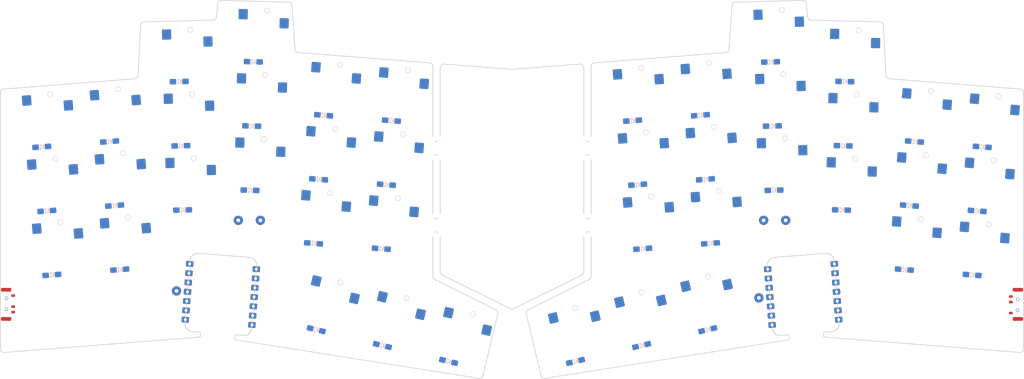
<source format=kicad_pcb>
(kicad_pcb (version 20241229) (generator "pcbnew") (generator_version "9.0")
  (layers (0 "F.Cu" signal) (2 "B.Cu" signal) (13 "F.Paste" user) (15 "B.Paste" user) (5 "F.SilkS" user "F.Silkscreen") (7 "B.SilkS" user "B.Silkscreen") (1 "F.Mask" user) (3 "B.Mask" user) (25 "Edge.Cuts" user))
  (net 0 "")
  (net 1 "Net-(L-D0-A)")
  (net 2 "L-ROW0")
  (net 3 "Net-(L-D1-A)")
  (net 4 "Net-(L-D2-A)")
  (net 5 "Net-(L-D3-A)")
  (net 6 "Net-(L-D4-A)")
  (net 7 "Net-(L-D5-A)")
  (net 8 "L-ROW1")
  (net 9 "Net-(L-D6-A)")
  (net 10 "Net-(L-D7-A)")
  (net 11 "Net-(L-D8-A)")
  (net 12 "Net-(L-D9-A)")
  (net 13 "Net-(L-D10-A)")
  (net 14 "Net-(L-D11-A)")
  (net 15 "Net-(L-D12-A)")
  (net 16 "L-ROW2")
  (net 17 "Net-(L-D13-A)")
  (net 18 "Net-(L-D14-A)")
  (net 19 "Net-(L-D15-A)")
  (net 20 "Net-(L-D16-A)")
  (net 21 "Net-(L-D17-A)")
  (net 22 "Net-(L-D18-A)")
  (net 23 "L-ROW3")
  (net 24 "Net-(L-D19-A)")
  (net 25 "Net-(L-D20-A)")
  (net 26 "L-COL0")
  (net 27 "L-COL5")
  (net 29 "L-COL1")
  (net 30 "L-BAT+")
  (net 31 "L-COL4")
  (net 33 "L-COL2")
  (net 34 "L-VBAT")
  (net 35 "L-COL3")
  (net 37 "L-GND")
  (net 39 "R-VBAT")
  (net 40 "R-BAT+")
  (net 41 "R-GND")
  (net 43 "Net-(R-D1-A)")
  (net 44 "R-COL1")
  (net 45 "R-COL2")
  (net 46 "Net-(R-D2-A)")
  (net 47 "Net-(R-D03-A)")
  (net 48 "R-COL3")
  (net 49 "Net-(R-D4-A)")
  (net 50 "R-COL4")
  (net 51 "R-COL5")
  (net 52 "Net-(R-D5-A)")
  (net 53 "Net-(R-D0-A)")
  (net 54 "R-ROW0")
  (net 55 "R-ROW1")
  (net 56 "Net-(R-D6-A)")
  (net 57 "Net-(R-D7-A)")
  (net 58 "Net-(R-D8-A)")
  (net 59 "Net-(R-D9-A)")
  (net 60 "Net-(R-D10-A)")
  (net 61 "Net-(R-D11-A)")
  (net 62 "Net-(R-D12-A)")
  (net 63 "R-ROW2")
  (net 64 "Net-(R-D13-A)")
  (net 65 "Net-(R-D14-A)")
  (net 66 "Net-(R-D15-A)")
  (net 67 "Net-(R-D16-A)")
  (net 68 "Net-(R-D17-A)")
  (net 69 "Net-(R-D18-A)")
  (net 70 "R-ROW3")
  (net 71 "Net-(R-D19-A)")
  (net 72 "Net-(R-D20-A)")
  (net 73 "R-COL0")
  (footprint "NII:keyswitch_choc12-topor" (layer "F.Cu") (at 54.795448 -10.569244 -1.5)
    (property "Reference" "R-S14" (hide yes))
    (property "Value" "Keyswitch" (hide yes))
  )
  (footprint "NII:keyswitch_choc12-topor" (layer "F.Cu") (at 16.609793 22.218787 13.5)
    (property "Reference" "R-S18" (hide yes))
    (property "Value" "Keyswitch" (hide yes))
  )
  (footprint "NII:keyswitch_choc12-topor" (layer "F.Cu") (at 93.465546 -27.752329 -4.5)
    (property "Reference" "R-S0" (hide yes))
    (property "Value" "Keyswitch" (hide yes))
  )
  (footprint "NII:keyswitch_choc12-topor" (layer "F.Cu") (at 0 0 4.5)
    (property "Reference" "R-S17" (hide yes))
    (property "Value" "Keyswitch" (hide yes))
  )
  (footprint "NII:keyswitch_choc12-topor" (layer "F.Cu") (at 15.696902 -36.3436 4.5)
    (property "Reference" "R-S4" (hide yes))
    (property "Value" "Keyswitch" (hide yes))
  )
  (footprint "NII:mousebites_0.6-0.4-topor" (layer "F.Cu") (at -15.458928 -20.417275)
    (property "Reference" "mbites7" (hide yes))
    (property "Value" "mousebites 2mm" (hide yes))
  )
  (footprint "NII:keyswitch_choc12-topor" (layer "F.Cu") (at -124.795448 -10.569244 1.5)
    (property "Reference" "L-S14" (hide yes))
    (property "Value" "Keyswitch" (hide yes))
  )
  (footprint "NII:keyswitch_choc12-topor" (layer "F.Cu") (at 72.276507 5.688284 -4.5)
    (property "Reference" "R-S13" (hide yes))
    (property "Value" "Keyswitch" (hide yes))
  )
  (footprint "NII:keyswitch_choc12-topor" (layer "F.Cu") (at -85.696902 -36.3436 -4.5)
    (property "Reference" "L-S4" (hide yes))
    (property "Value" "Keyswitch" (hide yes))
  )
  (footprint "NII:keyswitch_choc12-topor" (layer "F.Cu") (at 73.649541 -11.757769 -4.5)
    (property "Reference" "R-S7" (hide yes))
    (property "Value" "Keyswitch" (hide yes))
  )
  (footprint "NII:keyswitch_choc12-topor" (layer "F.Cu") (at 35.178645 -50.938325 1.5)
    (property "Reference" "R-S3" (hide yes))
    (property "Value" "Keyswitch" (hide yes))
  )
  (footprint "NII:keyswitch_choc12-topor" (layer "F.Cu") (at -105.636742 -33.444322 -1.5)
    (property "Reference" "L-S9" (hide yes))
    (property "Value" "Keyswitch" (hide yes))
  )
  (footprint "NII:keyswitch_choc12-topor" (layer "F.Cu") (at -87.069936 -18.897547 -4.5)
    (property "Reference" "L-S10" (hide yes))
    (property "Value" "Keyswitch" (hide yes))
  )
  (footprint "NII:keyswitch_choc12-topor" (layer "F.Cu") (at -143.649541 -11.757769 4.5)
    (property "Reference" "L-S7" (hide yes))
    (property "Value" "Keyswitch" (hide yes))
  )
  (footprint "NII:keyswitch_choc12-topor" (layer "F.Cu") (at -88.442971 -1.451493 -4.5)
    (property "Reference" "L-S16" (hide yes))
    (property "Value" "Keyswitch" (hide yes))
  )
  (footprint "NII:keyswitch_choc12-topor" (layer "F.Cu") (at -162.092512 -10.306276 4.5)
    (property "Reference" "L-S6" (hide yes))
    (property "Value" "Keyswitch" (hide yes))
  )
  (footprint "NII:keyswitch_choc12-topor" (layer "F.Cu") (at -1.373034 -17.446053 4.5)
    (property "Reference" "R-S11" (hide yes))
    (property "Value" "Keyswitch" (hide yes))
  )
  (footprint "NII:mousebites_0.6-0.4-topor" (layer "F.Cu") (at -15.460579 0.585242)
    (property "Reference" "mbites8" (hide yes))
    (property "Value" "mousebites 2mm" (hide yes))
  )
  (footprint "NII:keyswitch_choc12-topor" (layer "F.Cu") (at 17.069936 -18.897547 4.5)
    (property "Reference" "R-S10" (hide yes))
    (property "Value" "Keyswitch" (hide yes))
  )
  (footprint "NII:keyswitch_choc12-topor" (layer "F.Cu") (at 35.636742 -33.444322 1.5)
    (property "Reference" "R-S9" (hide yes))
    (property "Value" "Keyswitch" (hide yes))
  )
  (footprint "NII:keyswitch_choc12-topor" (layer "F.Cu") (at -1.37905 26.537526 13.5)
    (property "Reference" "R-S19" (hide yes))
    (property "Value" "Keyswitch" (hide yes))
  )
  (footprint "NII:mousebites_0.6-0.4-topor" (layer "F.Cu") (at -54.539397 0.585357)
    (property "Reference" "mbites6" (hide yes))
    (property "Value" "mousebites 2mm" (hide yes))
  )
  (footprint "NII:BatteryPad" (layer "F.Cu") (at 32.163658 20.376491)
    (property "Reference" "R-BAT+2" (hide yes))
    (property "Value" "+")
  )
  (footprint "NII:mousebites_0.6-0.4-topor" (layer "F.Cu") (at -13.458973 -20.41716)
    (property "Reference" "mbites3" (hide yes))
    (property "Value" "mousebites 2mm" (hide yes))
  )
  (footprint "NII:keyswitch_choc12-topor" (layer "F.Cu") (at -160.719477 7.139778 4.5)
    (property "Reference" "L-S12" (hide yes))
    (property "Value" "Keyswitch" (hide yes))
  )
  (footprint "NII:keyswitch_choc12-topor" (layer "F.Cu") (at -145.022575 -29.203822 4.5)
    (property "Reference" "L-S1" (hide yes))
    (property "Value" "Keyswitch" (hide yes))
  )
  (footprint "NII:keyswitch_choc12-topor" (layer "F.Cu") (at -68.62095 26.537526 -13.5)
    (property "Reference" "L-S19" (hide yes))
    (property "Value" "Keyswitch" (hide yes))
  )
  (footprint "NII:BatteryPad" (layer "F.Cu") (at -126.268812 18.479374)
    (property "Reference" "L-BAT+2" (hide yes))
    (property "Value" "+")
  )
  (footprint "NII:keyswitch_choc12-topor" (layer "F.Cu") (at 18.442971 -1.451493 4.5)
    (property "Reference" "R-S16" (hide yes))
    (property "Value" "Keyswitch" (hide yes))
  )
  (footprint "NII:keyswitch_choc12-topor" (layer "F.Cu") (at -106.094838 -15.950318 -1.5)
    (property "Reference" "L-S15" (hide yes))
    (property "Value" "Keyswitch" (hide yes))
  )
  (footprint "NII:mousebites_0.6-0.4-topor" (layer "F.Cu") (at -54.539397 -20.414643)
    (property "Reference" "mbites5" (hide yes))
    (property "Value" "mousebites 2mm" (hide yes))
  )
  (footprint "NII:keyswitch_choc12-topor" (layer "F.Cu") (at -70 0 -4.5)
    (property "Reference" "L-S17" (hide yes))
    (property "Value" "Keyswitch" (hide yes))
  )
  (footprint "NII:BatteryPad" (layer "F.Cu") (at 39.448972 -0.754882)
    (property "Reference" "R-BAT+1" (hide yes))
    (property "Value" "+")
  )
  (footprint "NII:keyswitch_choc12-topor" (layer "F.Cu") (at -19.367894 30.856265 13.5)
    (property "Reference" "R-S20" (hide yes))
    (property "Value" "Keyswitch" (hide yes))
  )
  (footprint "NII:keyswitch_choc12-topor" (layer "F.Cu") (at 90.719477 7.139778 -4.5)
    (property "Reference" "R-S12" (hide yes))
    (property "Value" "Keyswitch" (hide yes))
  )
  (footprint "NII:MSK12C02" (layer "F.Cu") (at 103.908819 26.001041 180)
    (property "Reference" "R-PSW1" (hide yes))
    (property "Value" "Power" (hide yes))
  )
  (footprint "NII:keyswitch_choc12-topor" (layer "F.Cu") (at 36.094838 -15.950318 1.5)
    (property "Reference" "R-S15" (hide yes))
    (property "Value" "Keyswitch" (hide yes))
  )
  (footprint "NII:MSK12C02" (layer "F.Cu") (at -173.908804 18.253461)
    (property "Reference" "L-PSW1" (hide yes))
    (property "Value" "Power" (hide yes))
  )
  (footprint "NII:keyswitch_choc12-topor" (layer "F.Cu") (at 55.711641 -45.557251 -1.5)
    (property "Reference" "R-S2" (hide yes))
    (property "Value" "Keyswitch" (hide yes))
  )
  (footprint "NII:keyswitch_choc12-topor" (layer "F.Cu") (at 75.022575 -29.203822 -4.5)
    (property "Reference" "R-S1" (hide yes))
    (property "Value" "Keyswitch" (hide yes))
  )
  (footprint "NII:keyswitch_choc12-topor" (layer "F.Cu") (at -163.465546 -27.752329 4.5)
    (property "Reference" "L-S0" (hide yes))
    (property "Value" "Keyswitch" (hide yes))
  )
  (footprint "NII:keyswitch_choc12-topor" (layer "F.Cu") (at -2.746068 -34.892107 4.5)
    (property "Reference" "R-S5" (hide yes))
    (property "Value" "Keyswitch" (hide yes))
  )
  (footprint "NII:keyswitch_choc12-topor" (layer "F.Cu") (at -125.253544 -28.063247 1.5)
    (property "Reference" "L-S8" (hide yes))
    (property "Value" "Keyswitch" (hide yes))
  )
  (footprint "NII:keyswitch_choc12-topor" (layer "F.Cu") (at -125.711641 -45.557251 1.5)
    (property "Reference" "L-S2" (hide yes))
    (property "Value" "Keyswitch" (hide yes))
  )
  (footprint "NII:mousebites_0.6-0.4-topor" (layer "F.Cu") (at -13.460625 0.585357)
    (property "Reference" "mbites4" (hide yes))
    (property "Value" "mousebites 2mm" (hide yes))
  )
  (footprint "NII:BatteryPad" (layer "F.Cu") (at -109.448972 -0.754882)
    (property "Reference" "L-BAT+1" (hide yes))
    (property "Value" "+")
  )
  (footprint "NII:keyswitch_choc12-topor" (layer "F.Cu") (at 92.092512 -10.306276 -4.5)
    (property "Reference" "R-S6" (hide yes))
    (property "Value" "Keyswitch" (hide yes))
  )
  (footprint "NII:BatteryPad" (layer "F.Cu") (at -103.448972 -0.754882)
    (property "Reference" "L-GND1" (hide yes))
    (property "Value" "-")
  )
  (footprint "NII:keyswitch_choc12-topor" (layer "F.Cu") (at 55.253544 -28.063247 -1.5)
    (property "Reference" "R-S8" (hide yes))
    (property "Value" "Keyswitch" (hide yes))
  )
  (footprint "NII:keyswitch_choc12-topor" (layer "F.Cu") (at -105.178645 -50.938325 -1.5)
    (property "Reference" "L-S3" (hide yes))
    (property "Value" "Keyswitch" (hide yes))
  )
  (footprint "NII:mousebites_0.6-0.4-topor" (layer "F.Cu") (at -56.536604 0.582741)
    (property "Reference" "mbites2" (hide yes))
    (property "Value" "mousebites 2mm" (hide yes))
  )
  (footprint "NII:BatteryPad" (layer "F.Cu") (at 33.448972 -0.754882)
    (property "Reference" "R-GND1" (hide yes))
    (property "Value" "-")
  )
  (footprint "NII:keyswitch_choc12-topor" (layer "F.Cu") (at -50.632106 30.856265 -13.5)
    (property "Reference" "L-S20" (hide yes))
    (property "Value" "Keyswitch" (hide yes))
  )
  (footprint "NII:mousebites_0.6-0.4-topor" (layer "F.Cu") (at -56.539351 -20.414758)
    (property "Reference" "mbites1" (hide yes))
    (property "Value" "mousebites 2mm" (hide yes))
  )
  (footprint "NII:keyswitch_choc12-topor" (layer "F.Cu") (at -67.253932 -34.892107 -4.5)
    (property "Reference" "L-S5" (hide yes))
    (property "Value" "Keyswitch" (hide yes))
  )
  (footprint "NII:keyswitch_choc12-topor" (layer "F.Cu") (at -142.276507 5.688284 4.5)
    (property "Reference" "L-S13" (hide yes))
    (property "Value" "Keyswitch" (hide yes))
  )
  (footprint "NII:keyswitch_choc12-topor" (layer "F.Cu") (at -86.609793 22.218787 -13.5)
    (property "Reference" "L-S18" (hide yes))
    (property "Value" "Keyswitch" (hide yes))
  )
  (footprint "NII:keyswitch_choc12-topor" (layer "F.Cu") (at -68.626966 -17.446053 -4.5)
    (property "Reference" "L-S11" (hide yes))
    (property "Value" "Keyswitch" (hide yes))
  )
  (footprint "NII:Diode_SOD123" (layer "B.Cu") (at 18.992184 5.526928 -175.5)
    (property "Reference" "R-D16" (hide yes))
    (property "Value" "Diode" (hide yes))
  )
  (footprint "NII:Diode_SOD123" (layer "B.Cu") (at -69.176179 -10.467632 175.5)
    (property "Reference" "L-D11" (hide yes))
    (property "Value" "Diode" (hide yes))
  )
  (footprint "NII:Diode_SOD123" (layer "B.Cu") (at -161.543292 -3.327855 -175.5)
    (property "Reference" "L-D6" (hide yes))
    (property "Value" "Diode" (hide yes))
  )
  (footprint "NII:Diode_SOD123" (layer "B.Cu") (at 71.727299 12.666706 175.5)
    (property "Reference" "R-D13" (hide yes))
    (property "Value" "Diode" (hide yes))
  )
  (footprint "NII:Diode_SOD123" (layer "B.Cu") (at 36.278077 -8.952717 -178.5)
    (property "Reference" "R-D15" (hide yes))
    (property "Value" "Diode" (hide yes))
  )
  (footprint "NII:Diode_SOD123" (layer "B.Cu") (at -125.070306 -21.065646 -178.5)
    (property "Reference" "L-D8" (hide yes))
    (property "Value" "Diode" (hide yes))
  )
  (footprint "NII:Diode_SOD123" (layer "B.Cu") (at 0.54922 6.978421 -175.5)
    (property "Reference" "R-D17" (hide yes))
    (property "Value" "Diode" (hide yes))
  )
  (footprint "NII:Diode_SOD123" (layer "B.Cu") (at -143.100328 -4.779347 -175.5)
    (property "Reference" "L-D7" (hide yes))
    (property "Value" "Diode" (hide yes))
  )
  (footprint "NII:Diode_SOD123" (layer "B.Cu") (at 74.473362 -22.225401 175.5)
    (property "Reference" "R-D1" (hide yes))
    (property "Value" "Diode" (hide yes))
  )
  (footprint "NII:Diode_SOD123" (layer "B.Cu") (at -70.255065 33.344116 166.5)
    (property "Reference" "L-D19" (hide yes))
    (property "Value" "Diode" (hide yes))
  )
  (footprint "NII:Diode_SOD123" (layer "B.Cu") (at -86.246116 -29.365178 175.5)
    (property "Reference" "L-D4" (hide yes))
    (property "Value" "Diode" (hide yes))
  )
  (footprint "NII:Diode_SOD123" (layer "B.Cu") (at -144.473361 -22.225401 -175.5)
    (property "Reference" "L-D1" (hide yes))
    (property "Value" "Diode" (hide yes))
  )
  (footprint "NII:Diode_SOD123" (layer "B.Cu") (at -17.733776 37.662855 -166.5)
    (property "Reference" "R-D20" (hide yes))
    (property "Value" "Diode" (hide yes))
  )
  (footprint "NII:Diode_SOD123" (layer "B.Cu") (at 35.819999 -26.446721 -178.5)
    (property "Reference" "R-D9" (hide yes))
    (property "Value" "Diode" (hide yes))
  )
  (footprint "NII:Diode_SOD123" (layer "B.Cu") (at 54.612209 -3.571643 178.5)
    (property "Reference" "R-D14" (hide yes))
    (property "Value" "Diode" (hide yes))
  )
  (footprint "NII:Diode_SOD123" (layer "B.Cu") (at 35.33 -43.9 -178.5)
    (property "Reference" "R-D03" (hide yes))
    (property "Value" "Diode" (hide yes))
  )
  (footprint "NII:XIAO-nRF52840-cutout-plain" (layer "B.Cu") (at -114.25726 19.947243 -4.5)
    (property "Reference" "U1" (hide yes))
    (property "Value" "XIAO-nRF52840-SMD" (hide yes))
  )
  (footprint "NII:Diode_SOD123" (layer "B.Cu") (at 0.255068 33.344116 -166.5)
    (property "Reference" "R-D19" (hide yes))
    (property "Value" "Diode" (hide yes))
  )
  (footprint "NII:Diode_SOD123" (layer "B.Cu") (at 18.243909 29.025377 -166.5)
    (property "Reference" "R-D18" (hide yes))
    (property "Value" "Diode" (hide yes))
  )
  (footprint "NII:Diode_SOD123" (layer "B.Cu") (at -105.819999 -26.446721 178.5)
    (property "Reference" "L-D9" (hide yes))
    (property "Value" "Diode" (hide yes))
  )
  (footprint "NII:Diode_SOD123" (layer "B.Cu") (at -105.361903 -43.940724 178.5)
    (property "Reference" "L-D3" (hide yes))
    (property "Value" "Diode" (hide yes))
  )
  (footprint "NII:Diode_SOD123" (layer "B.Cu") (at -160.170264 14.118199 -175.5)
    (property "Reference" "L-D12" (hide yes))
    (property "Value" "Diode" (hide yes))
  )
  (footprint "NII:Diode_SOD123" (layer "B.Cu") (at -52.266222 37.662855 166.5)
    (property "Reference" "L-D20" (hide yes))
    (property "Value" "Diode" (hide yes))
  )
  (footprint "NII:Diode_SOD123" (layer "B.Cu") (at -2.196855 -27.913685 -175.5)
    (property "Reference" "R-D5" (hide yes))
    (property "Value" "Diode" (hide yes))
  )
  (footprint "NII:Diode_SOD123" (layer "B.Cu") (at -70.549214 6.978421 175.5)
    (property "Reference" "L-D17" (hide yes))
    (property "Value" "Diode" (hide yes))
  )
  (footprint "NII:Diode_SOD123" (layer "B.Cu") (at -124.612209 -3.571643 -178.5)
    (property "Reference" "L-D14" (hide yes))
    (property "Value" "Diode" (hide yes))
  )
  (footprint "NII:Diode_SOD123" (layer "B.Cu") (at -0.823821 -10.467632 -175.5)
    (property "Reference" "R-D11" (hide yes))
    (property "Value" "Diode" (hide yes))
  )
  (footprint "NII:Diode_SOD123" (layer "B.Cu") (at -106.278058 -8.952717 178.5)
    (property "Reference" "L-D15" (hide yes))
    (property "Value" "Diode" (hide yes))
  )
  (footprint "NII:Diode_SOD123" (layer "B.Cu") (at 55.528383 -38.55965 178.5)
    (property "Reference" "R-D2" (hide yes))
    (property "Value" "Diode" (hide yes))
  )
  (footprint "NII:Diode_SOD123" (layer "B.Cu") (at 55.070306 -21.065646 178.5)
    (property "Reference" "R-D8" (hide yes))
    (property "Value" "Diode" (hide yes))
  )
  (footprint "NII:Diode_SOD123" (layer "B.Cu") (at -125.528383 -38.55965 -178.5)
    (property "Reference" "L-D2" (hide yes))
    (property "Value" "Diode" (hide yes))
  )
  (footprint "NII:Diode_SOD123" (layer "B.Cu") (at 16.246116 -29.365179 -175.5)
    (property "Reference" "R-D4" (hide yes))
    (property "Value" "Diode" (hide yes))
  )
  (footprint "NII:Diode_SOD123" (layer "B.Cu") (at 73.100321 -4.779348 175.5)
    (property "Reference" "R-D7" (hide yes))
    (property "Value" "Diode" (hide yes))
  )
  (footprint "NII:Diode_SOD123" (layer "B.Cu") (at -88.992184 5.526928 175.5)
    (property "Reference" "L-D16" (hide yes))
    (property "Value" "Diode" (hide yes))
  )
  (footprint "NII:Diode_SOD123" (layer "B.Cu") (at -141.727293 12.666705 -175.5)
    (property "Reference" "L-D13" (hide yes))
    (property "Value" "Diode" (hide yes))
  )
  (footprint "NII:Diode_SOD123" (layer "B.Cu") (at 90.170264 14.118199 175.5)
    (property "Reference" "R-D12" (hide yes))
    (property "Value" "Diode" (hide yes))
  )
  (footprint "NII:Diode_SOD123" (layer "B.Cu") (at -88.243911 29.025376 166.5)
    (property "Reference" "L-D18" (hide yes))
    (property "Value" "Diode" (hide yes))
  )
  (footprint "NII:Diode_SOD123" (layer "B.Cu") (at 17.619157 -11.919126 -175.5)
    (property "Reference" "R-D10" (hide yes))
    (property "Value" "Diode" (hide yes))
  )
  (footprint "NII:XIAO-nRF52840-cutout-plain" (layer "B.Cu") (at 44.25726 19.947243 4.5)
    (property "Reference" "U2" (hide yes))
    (property "Value" "XIAO-nRF52840-SMD" (hide yes))
  )
  (footprint "NII:Diode_SOD123" (layer "B.Cu") (at -162.916332 -20.773907 -175.5)
    (property "Reference" "L-D0" (hide yes))
    (property "Value" "Diode" (hide yes))
  )
  (footprint "NII:Diode_SOD123" (layer "B.Cu") (at -87.619144 -11.919125 175.5)
    (property "Reference" "L-D10" (hide yes))
    (property "Value" "Diode" (hide yes))
  )
  (footprint "NII:Diode_SOD123" (layer "B.Cu") (at 92.916332 -20.773908 175.5)
    (property "Reference" "R-D0" (hide yes))
    (property "Value" "Diode" (hide yes))
  )
  (footprint "NII:Diode_SOD123" (layer "B.Cu") (at 91.543298 -3.327854 175.5)
    (property "Reference" "R-D6" (hide yes))
    (property "Value" "Diode" (hide yes))
  )
  (footprint "NII:Diode_SOD123" (layer "B.Cu") (at -67.803139 -27.913685 175.5)
    (property "Reference" "L-D5" (hide yes))
    (property "Value" "Diode" (hide yes))
  )
  (gr_poly (pts (xy -153.889832 2.846467) (xy -153.886206 2.863397) (xy -153.885943 2.865579) (xy -153.885725 2.867759) (xy -153.88555 2.869932) (xy -153.885413 2.872096) (xy -153.885311 2.874248) (xy -153.88524 2.876385) (xy -153.885196 2.878504) (xy -153.885176 2.880601) (xy -153.884144 3.323243) (xy -153.916186 3.008127) (xy -153.916449 3.005746) (xy -153.971747 2.545106)) (stroke (width -0.000001)) (fill yes) (layer "B.Cu") (net 26))
  (gr_line (start 40.471666 31.761749) (end -25.960852 42.283627) (stroke (width 0.2)) (layer "Edge.Cuts"))
  (gr_line (start 53.877061 28.00482) (end 53.913622 27.857468) (stroke (width 0.2)) (layer "Edge.Cuts"))
  (gr_curve (pts (xy -42.910343 41.529384) (xy -43.054207 42.128617) (xy -43.430475 42.380031) (xy -44.039148 42.283627)) (stroke (width 0.2)) (layer "Edge.Cuts"))
  (gr_line (start -107.494 30.583207) (end -107.346649 30.546645) (stroke (width 0.2)) (layer "Edge.Cuts"))
  (gr_line (start -105.081664 9.951223) (end -105.192132 9.849439) (stroke (width 0.2)) (layer "Edge.Cuts"))
  (gr_line (start 52.560049 9.871217) (end 52.523625 9.728518) (stroke (width 0.2)) (layer "Edge.Cuts"))
  (gr_line (start 53.93867 27.708369) (end 53.952323 27.561729) (stroke (width 0.2)) (layer "Edge.Cuts"))
  (gr_curve (pts (xy -173.858881 34.968721) (xy -174.073014 34.770778) (xy -174.18008 34.526004) (xy -174.18008 34.234398)) (stroke (width 0.2)) (layer "Edge.Cuts"))
  (gr_line (start 36.163521 29.67186) (end 36.249167 29.79458) (stroke (width 0.2)) (layer "Edge.Cuts"))
  (gr_line (start 36.249167 29.79458) (end 36.345067 29.91023) (stroke (width 0.2)) (layer "Edge.Cuts"))
  (gr_line (start 52.021294 29.524178) (end 52.168834 29.507052) (stroke (width 0.2)) (layer "Edge.Cuts"))
  (gr_line (start 52.269255 9.183981) (end 52.183609 9.061261) (stroke (width 0.2)) (layer "Edge.Cuts"))
  (gr_curve (pts (xy 104.18008 34.234398) (xy 104.18008 34.526004) (xy 104.073014 34.770778) (xy 103.858881 34.968721)) (stroke (width 0.2)) (layer "Edge.Cuts"))
  (gr_line (start -105.844417 28.838419) (end -105.827291 28.690878) (stroke (width 0.2)) (layer "Edge.Cuts"))
  (gr_arc (start -54.539397 -2.217259) (mid -55.539397 -1.217259) (end -56.539397 -2.217259) (stroke (width 0.2)) (layer "Edge.Cuts"))
  (gr_line (start 50.643037 8.233933) (end 50.494203 8.228843) (stroke (width 0.2)) (layer "Edge.Cuts"))
  (gr_line (start -173.25854 -36.51098) (end -137.668181 -39.312002) (stroke (width 0.2)) (layer "Edge.Cuts"))
  (gr_line (start 37.78974 30.621907) (end 37.938574 30.626998) (stroke (width 0.2)) (layer "Edge.Cuts"))
  (gr_line (start 34.725554 10.435239) (end 34.66016 10.569846) (stroke (width 0.2)) (layer "Edge.Cuts"))
  (gr_line (start -56.539397 -17.614758) (end -56.539397 -2.217259) (stroke (width 0.2)) (layer "Edge.Cuts"))
  (gr_line (start 35.192132 9.849439) (end 35.081664 9.951223) (stroke (width 0.2)) (layer "Edge.Cuts"))
  (gr_line (start -106.345067 29.91023) (end -106.249167 29.79458) (stroke (width 0.2)) (layer "Edge.Cuts"))
  (gr_line (start -122.183609 9.061261) (end -122.269255 9.183981) (stroke (width 0.2)) (layer "Edge.Cuts"))
  (gr_line (start 53.351113 28.904618) (end 53.452252 28.792321) (stroke (width 0.2)) (layer "Edge.Cuts"))
  (gr_curve (pts (xy -39.403401 23.598559) (xy -38.928251 23.834989) (xy -38.752624 24.211234) (xy -38.876518 24.727293)) (stroke (width 0.2)) (layer "Edge.Cuts"))
  (gr_line (start 53.707223 28.420602) (end 53.772617 28.285994) (stroke (width 0.2)) (layer "Edge.Cuts"))
  (gr_curve (pts (xy -115.026739 -59.781964) (xy -114.959938 -60.391881) (xy -114.61986 -60.688808) (xy -114.006506 -60.672747)) (stroke (width 0.2)) (layer "Edge.Cuts"))
  (gr_curve (pts (xy -173.101621 35.231316) (xy -173.392328 35.254195) (xy -173.644748 35.166663) (xy -173.858881 34.968721)) (stroke (width 0.2)) (layer "Edge.Cuts"))
  (gr_line (start -107.938574 30.626998) (end -107.78974 30.621907) (stroke (width 0.2)) (layer "Edge.Cuts"))
  (gr_line (start -107.346649 30.546645) (end -107.201571 30.498715) (stroke (width 0.2)) (layer "Edge.Cuts"))
  (gr_curve (pts (xy -174.18008 -35.514062) (xy -174.18008 -36.130323) (xy -173.8729 -36.462628) (xy -173.25854 -36.51098)) (stroke (width 0.2)) (layer "Edge.Cuts"))
  (gr_line (start -123.452252 28.792321) (end -123.351113 28.904618) (stroke (width 0.2)) (layer "Edge.Cuts"))
  (gr_line (start 35.556081 9.590785) (end 35.430501 9.667893) (stroke (width 0.2)) (layer "Edge.Cuts"))
  (gr_line (start 53.951248 27.264492) (end 52.605486 10.164962) (stroke (width 0.2)) (layer "Edge.Cuts"))
  (gr_curve (pts (xy -56.539397 14.452472) (xy -56.539397 14.865384) (xy -56.354559 15.163813) (xy -55.984884 15.34776)) (stroke (width 0.2)) (layer "Edge.Cuts"))
  (gr_line (start -56.539397 3.382741) (end -56.539397 14.452472) (stroke (width 0.2)) (layer "Edge.Cuts"))
  (gr_line (start -120.643037 8.233933) (end -120.789676 8.247587) (stroke (width 0.2)) (layer "Edge.Cuts"))
  (gr_curve (pts (xy -54.83229 2.675634) (xy -55.027552 2.480372) (xy -55.263254 2.382741) (xy -55.539397 2.382741)) (stroke (width 0.2)) (layer "Edge.Cuts"))
  (gr_line (start -106.80164 30.30018) (end -106.67661 30.21693) (stroke (width 0.2)) (layer "Edge.Cuts"))
  (gr_line (start 35.430501 9.667893) (end 35.307781 9.753539) (stroke (width 0.2)) (layer "Edge.Cuts"))
  (gr_line (start -122.168834 29.507052) (end -122.021294 29.524178) (stroke (width 0.2)) (layer "Edge.Cuts"))
  (gr_arc (start -56.539397 -17.614758) (mid -55.539397 -18.614758) (end -54.539397 -17.614758) (stroke (width 0.2)) (layer "Edge.Cuts"))
  (gr_line (start 34.66016 10.569846) (end 34.603647 10.705943) (stroke (width 0.2)) (layer "Edge.Cuts"))
  (gr_line (start -120.494203 8.228843) (end -120.643037 8.233933) (stroke (width 0.2)) (layer "Edge.Cuts"))
  (gr_curve (pts (xy -13.460603 -42.65384) (xy -13.460603 -43.2701) (xy -13.153423 -43.602406) (xy -12.539062 -43.650757)) (stroke (width 0.2)) (layer "Edge.Cuts"))
  (gr_curve (pts (xy -93.987084 -47.376286) (xy -93.944893 -46.805726) (xy -93.63862 -46.498003) (xy -93.068266 -46.453115)) (stroke (width 0.2)) (layer "Edge.Cuts"))
  (gr_line (start 52.475561 9.585173) (end 52.416399 9.445355) (stroke (width 0.2)) (layer "Edge.Cuts"))
  (gr_line (start 53.772617 28.285994) (end 53.82913 28.149898) (stroke (width 0.2)) (layer "Edge.Cuts"))
  (gr_curve (pts (xy -136.00703 -53.871063) (xy -135.973607 -54.485171) (xy -135.649492 -54.800275) (xy -135.034685 -54.816375)) (stroke (width 0.2)) (layer "Edge.Cuts"))
  (gr_line (start 37.346649 30.546645) (end 37.494 30.583207) (stroke (width 0.2)) (layer "Edge.Cuts"))
  (gr_line (start 35.827291 28.690878) (end 35.844417 28.838419) (stroke (width 0.2)) (layer "Edge.Cuts"))
  (gr_line (start 36.80164 30.30018) (end 36.930867 30.376807) (stroke (width 0.2)) (layer "Edge.Cuts"))
  (gr_line (start -13.460603 -2.217259) (end -13.460603 -17.617275) (stroke (width 0.2)) (layer "Edge.Cuts"))
  (gr_line (start 45.026739 -59.781964) (end 45.419552 -56.195454) (stroke (width 0.2)) (layer "Edge.Cuts"))
  (gr_line (start 34.802181 10.306012) (end 34.725554 10.435239) (stroke (width 0.2)) (layer "Edge.Cuts"))
  (gr_line (start 66.00703 -53.871063) (end 66.748118 -40.254574) (stroke (width 0.2)) (layer "Edge.Cuts"))
  (gr_line (start 53.124996 29.102301) (end 53.240645 29.006402) (stroke (width 0.2)) (layer "Edge.Cuts"))
  (gr_arc (start -13.460603 -2.217259) (mid -14.460603 -1.217259) (end -15.460603 -2.217259) (stroke (width 0.2)) (layer "Edge.Cuts"))
  (gr_line (start -44.039148 42.283627) (end -110.471666 31.761749) (stroke (width 0.2)) (layer "Edge.Cuts"))
  (gr_curve (pts (xy -95.837773 -60.196982) (xy -95.234852 -60.181194) (xy -94.911152 -59.872557) (xy -94.866673 -59.271071)) (stroke (width 0.2)) (layer "Edge.Cuts"))
  (gr_line (start -123.707223 28.420602) (end -123.630595 28.549829) (stroke (width 0.2)) (layer "Edge.Cuts"))
  (gr_line (start -136.748118 -40.254574) (end -136.00703 -53.871063) (stroke (width 0.2)) (layer "Edge.Cuts"))
  (gr_line (start -123.82913 28.149898) (end -123.772617 28.285994) (stroke (width 0.2)) (layer "Edge.Cuts"))
  (gr_line (start -123.913622 27.857468) (end -123.877061 28.00482) (stroke (width 0.2)) (layer "Edge.Cuts"))
  (gr_line (start 35.831693 9.461588) (end 35.691875 9.520749) (stroke (width 0.2)) (layer "Edge.Cuts"))
  (gr_line (start 36.016378 29.410486) (end 36.086413 29.54628) (stroke (width 0.2)) (layer "Edge.Cuts"))
  (gr_line (start -105.827291 28.690878) (end -104.481529 11.591349) (stroke (width 0.2)) (layer "Edge.Cuts"))
  (gr_curve (pts (xy -55.539397 -22.214758) (xy -54.87273 -22.214758) (xy -54.539397 -22.548092) (xy -54.539397 -23.214758)) (stroke (width 0.2)) (layer "Edge.Cuts"))
  (gr_arc (start -34.554514 23.334064) (mid -35 23.438776) (end -35.445485 23.334065) (stroke (width 0.2)) (layer "Edge.Cuts"))
  (gr_line (start 51.501909 8.479034) (end 51.367302 8.41364) (stroke (width 0.2)) (layer "Edge.Cuts"))
  (gr_line (start -123.877061 28.00482) (end -123.82913 28.149898) (stroke (width 0.2)) (layer "Edge.Cuts"))
  (gr_line (start -105.957216 29.270668) (end -105.909152 29.127322) (stroke (width 0.2)) (layer "Edge.Cuts"))
  (gr_line (start -105.307781 9.753539) (end -105.430501 9.667893) (stroke (width 0.2)) (layer "Edge.Cuts"))
  (gr_line (start 37.201571 30.498715) (end 37.346649 30.546645) (stroke (width 0.2)) (layer "Edge.Cuts"))
  (gr_line (start -105.872727 28.984624) (end -105.844417 28.838419) (stroke (width 0.2)) (layer "Edge.Cuts"))
  (gr_line (start -54.539397 -23.214758) (end -54.539397 -42.339033) (stroke (width 0.2)) (layer "Edge.Cuts"))
  (gr_line (start -104.494107 11.147472) (end -104.519155 10.998372) (stroke (width 0.2)) (layer "Edge.Cuts"))
  (gr_line (start -105.975039 9.413524) (end -106.117737 9.377099) (stroke (width 0.2)) (layer "Edge.Cuts"))
  (gr_curve (pts (xy 24.866673 -59.271071) (xy 24.911152 -59.872557) (xy 25.234852 -60.181194) (xy 25.837773 -60.196982)) (stroke (width 0.2)) (layer "Edge.Cuts"))
  (gr_line (start -106.930867 30.376807) (end -106.80164 30.30018) (stroke (width 0.2)) (layer "Edge.Cuts"))
  (gr_line (start -105.831693 9.461588) (end -105.975039 9.413524) (stroke (width 0.2)) (layer "Edge.Cuts"))
  (gr_line (start -123.630595 28.549829) (end -123.547345 28.674859) (stroke (width 0.2)) (layer "Edge.Cuts"))
  (gr_line (start 103.101621 35.231316) (end 49.845694 31.039983) (stroke (width 0.2)) (layer "Edge.Cuts"))
  (gr_line (start 53.452252 28.792321) (end 53.547345 28.674859) (stroke (width 0.2)) (layer "Edge.Cuts"))
  (gr_line (start -104.481529 11.591349) (end -104.475364 11.442946) (stroke (width 0.2)) (layer "Edge.Cuts"))
  (gr_line (start -122.021294 29.524178) (end -119.740524 29.703678) (stroke (width 0.2)) (layer "Edge.Cuts"))
  (gr_line (start -107.6431 30.608254) (end -107.494 30.583207) (stroke (width 0.2)) (layer "Edge.Cuts"))
  (gr_line (start -105.430501 9.667893) (end -105.556081 9.590785) (stroke (width 0.2)) (layer "Edge.Cuts"))
  (gr_curve (pts (xy -13.460603 3.382741) (xy -13.460603 3.106599) (xy -13.558234 2.870897) (xy -13.753496 2.675634)) (stroke (width 0.2)) (layer "Edge.Cuts"))
  (gr_line (start -106.086413 29.54628) (end -106.016378 29.410486) (stroke (width 0.2)) (layer "Edge.Cuts"))
  (gr_line (start 36.559148 30.121837) (end 36.67661 30.21693) (stroke (width 0.2)) (layer "Edge.Cuts"))
  (gr_line (start -122.58836 10.017422) (end -122.605486 10.164962) (stroke (width 0.2)) (layer "Edge.Cuts"))
  (gr_line (start -108.086977 30.620833) (end -107.938574 30.626998) (stroke (width 0.2)) (layer "Edge.Cuts"))
  (gr_line (start -55.984884 15.34776) (end -39.403401 23.598559) (stroke (width 0.2)) (layer "Edge.Cuts"))
  (gr_line (start -106.117737 9.377099) (end -106.263943 9.348789) (stroke (width 0.2)) (layer "Edge.Cuts"))
  (gr_line (start -105.192132 9.849439) (end -105.307781 9.753539) (stroke (width 0.2)) (layer "Edge.Cuts"))
  (gr_line (start 67.668181 -39.312002) (end 103.25854 -36.51098) (stroke (width 0.2)) (layer "Edge.Cuts"))
  (gr_line (start -122.457738 29.442317) (end -122.31504 29.478742) (stroke (width 0.2)) (layer "Edge.Cuts"))
  (gr_line (start -27.089657 41.529384) (end -31.123482 24.727293) (stroke (width 0.2)) (layer "Edge.Cuts"))
  (gr_line (start 104.18008 -35.514062) (end 104.18008 34.234398) (stroke (width 0.2)) (layer "Edge.Cuts"))
  (gr_curve (pts (xy -13.753496 2.675634) (xy -13.948758 2.480372) (xy -14.184461 2.382741) (xy -14.460603 2.382741)) (stroke (width 0.2)) (layer "Edge.Cuts"))
  (gr_curve (pts (xy 45.419552 -56.195454) (xy 45.482925 -55.616835) (xy 45.805551 -55.319907) (xy 46.38743 -55.30467)) (stroke (width 0.2)) (layer "Edge.Cuts"))
  (gr_curve (pts (xy -56.539397 -23.214758) (xy -56.539397 -22.548092) (xy -56.206064 -22.214758) (xy -55.539397 -22.214758)) (stroke (width 0.2)) (layer "Edge.Cuts"))
  (gr_line (start 36.930867 30.376807) (end 37.065475 30.442201) (stroke (width 0.2)) (layer "Edge.Cuts"))
  (gr_line (start -121.873628 8.734004) (end -121.985926 8.835144) (stroke (width 0.2)) (layer "Edge.Cuts"))
  (gr_line (start 34.885431 10.180982) (end 34.802181 10.306012) (stroke (width 0.2)) (layer "Edge.Cuts"))
  (gr_line (start -106.446851 30.020697) (end -106.345067 29.91023) (stroke (width 0.2)) (layer "Edge.Cuts"))
  (gr_curve (pts (xy 103.858881 34.968721) (xy 103.644748 35.166663) (xy 103.392328 35.254195) (xy 103.101621 35.231316)) (stroke (width 0.2)) (layer "Edge.Cuts"))
  (gr_line (start -15.460603 -42.339036) (end -15.460603 -23.217275) (stroke (width 0.2)) (layer "Edge.Cuts"))
  (gr_line (start -106.411483 9.331663) (end -120.3458 8.235008) (stroke (width 0.2)) (layer "Edge.Cuts"))
  (gr_line (start -16.015116 14.109025) (end -34.554514 23.334064) (stroke (width 0.2)) (layer "Edge.Cuts"))
  (gr_line (start -30.596599 23.598559) (end -14.015116 15.34776) (stroke (width 0.2)) (layer "Edge.Cuts"))
  (gr_line (start -122.560049 9.871217) (end -122.58836 10.017422) (stroke (width 0.2)) (layer "Edge.Cuts"))
  (gr_line (start 37.065475 30.442201) (end 37.201571 30.498715) (stroke (width 0.2)) (layer "Edge.Cuts"))
  (gr_line (start 35.691875 9.520749) (end 35.556081 9.590785) (stroke (width 0.2)) (layer "Edge.Cuts"))
  (gr_line (start -114.006506 -60.672747) (end -95.837773 -60.196982) (stroke (width 0.2)) (layer "Edge.Cuts"))
  (gr_line (start 35.872727 28.984624) (end 35.909152 29.127322) (stroke (width 0.2)) (layer "Edge.Cuts"))
  (gr_line (start -104.555716 10.851021) (end -104.603647 10.705943) (stroke (width 0.2)) (layer "Edge.Cuts"))
  (gr_line (start 52.346363 9.309561) (end 52.269255 9.183981) (stroke (width 0.2)) (layer "Edge.Cuts"))
  (gr_line (start 36.411483 9.331663) (end 36.263943 9.348789) (stroke (width 0.2)) (layer "Edge.Cuts"))
  (gr_arc (start -54.539397 -42.339033) (mid -54.218198 -43.073355) (end -53.460939 -43.33595) (stroke (width 0.2)) (layer "Edge.Cuts"))
  (gr_line (start -106.559148 30.121837) (end -106.446851 30.020697) (stroke (width 0.2)) (layer "Edge.Cuts"))
  (gr_line (start 36.263943 9.348789) (end 36.117737 9.377099) (stroke (width 0.2)) (layer "Edge.Cuts"))
  (gr_line (start 53.957413 27.412895) (end 53.951248 27.264492) (stroke (width 0.2)) (layer "Edge.Cuts"))
  (gr_line (start -106.163521 29.67186) (end -106.086413 29.54628) (stroke (width 0.2)) (layer "Edge.Cuts"))
  (gr_line (start -12.539062 -43.650757) (end 23.068266 -46.453115) (stroke (width 0.2)) (layer "Edge.Cuts"))
  (gr_line (start -123.93867 27.708369) (end -123.913622 27.857468) (stroke (width 0.2)) (layer "Edge.Cuts"))
  (gr_curve (pts (xy -116.38743 -55.30467) (xy -115.805551 -55.319907) (xy -115.482925 -55.616835) (xy -115.419552 -56.195454)) (stroke (width 0.2)) (layer "Edge.Cuts"))
  (gr_line (start -106.263943 9.348789) (end -106.411483 9.331663) (stroke (width 0.2)) (layer "Edge.Cuts"))
  (gr_line (start 49.845694 31.039983) (end 49.740524 29.703678) (stroke (width 0.2)) (layer "Edge.Cuts"))
  (gr_line (start 34.480454 11.294112) (end 34.475364 11.442946) (stroke (width 0.2)) (layer "Edge.Cuts"))
  (gr_line (start -104.885431 10.180982) (end -104.980525 10.06352) (stroke (width 0.2)) (layer "Edge.Cuts"))
  (gr_line (start 34.555716 10.851021) (end 34.519155 10.998372) (stroke (width 0.2)) (layer "Edge.Cuts"))
  (gr_line (start 40.367747 30.441332) (end 40.471666 31.761749) (stroke (width 0.2)) (layer "Edge.Cuts"))
  (gr_line (start 23.987084 -47.376286) (end 24.866673 -59.271071) (stroke (width 0.2)) (layer "Edge.Cuts"))
  (gr_line (start -104.475364 11.442946) (end -104.480454 11.294112) (stroke (width 0.2)) (layer "Edge.Cuts"))
  (gr_line (start -106.016378 29.410486) (end -105.957216 29.270668) (stroke (width 0.2)) (layer "Edge.Cuts"))
  (gr_curve (pts (xy -15.460603 -23.217275) (xy -15.460603 -22.550609) (xy -15.12727 -22.217275) (xy -14.460603 -22.217275)) (stroke (width 0.2)) (layer "Edge.Cuts"))
  (gr_line (start 35.909152 29.127322) (end 35.957216 29.270668) (stroke (width 0.2)) (layer "Edge.Cuts"))
  (gr_line (start 37.494 30.583207) (end 37.6431 30.608254) (stroke (width 0.2)) (layer "Edge.Cuts"))
  (gr_line (start -121.756167 8.638911) (end -121.873628 8.734004) (stroke (width 0.2)) (layer "Edge.Cuts"))
  (gr_arc (start -16.539059 -43.33595) (mid -15.781801 -43.073356) (end -15.460603 -42.339036) (stroke (width 0.2)) (layer "Edge.Cuts"))
  (gr_line (start -122.475561 9.585173) (end -122.523625 9.728518) (stroke (width 0.2)) (layer "Edge.Cuts"))
  (gr_line (start 51.873628 8.734004) (end 51.756167 8.638911) (stroke (width 0.2)) (layer "Edge.Cuts"))
  (gr_curve (pts (xy -14.460603 2.382741) (xy -14.736745 2.382741) (xy -14.972448 2.480372) (xy -15.16771 2.675634)) (stroke (width 0.2)) (layer "Edge.Cuts"))
  (gr_line (start -38.876518 24.727293) (end -42.910343 41.529384) (stroke (width 0.2)) (layer "Edge.Cuts"))
  (gr_line (start -121.631137 8.555661) (end -121.756167 8.638911) (stroke (width 0.2)) (layer "Edge.Cuts"))
  (gr_line (start -123.240645 29.006402) (end -123.124996 29.102301) (stroke (width 0.2)) (layer "Edge.Cuts"))
  (gr_line (start 36.117737 9.377099) (end 35.975039 9.413524) (stroke (width 0.2)) (layer "Edge.Cuts"))
  (gr_line (start -121.086128 8.309196) (end -121.231206 8.357126) (stroke (width 0.2)) (layer "Edge.Cuts"))
  (gr_line (start 36.086413 29.54628) (end 36.163521 29.67186) (stroke (width 0.2)) (layer "Edge.Cuts"))
  (gr_line (start -105.556081 9.590785) (end -105.691875 9.520749) (stroke (width 0.2)) (layer "Edge.Cuts"))
  (gr_line (start -110.367747 30.441332) (end -108.086977 30.620833) (stroke (width 0.2)) (layer "Edge.Cuts"))
  (gr_line (start -54.539397 -2.217259) (end -54.539397 -17.614758) (stroke (width 0.2)) (layer "Edge.Cuts"))
  (gr_line (start -135.034685 -54.816375) (end -116.38743 -55.30467) (stroke (width 0.2)) (layer "Edge.Cuts"))
  (gr_line (start -105.691875 9.520749) (end -105.831693 9.461588) (stroke (width 0.2)) (layer "Edge.Cuts"))
  (gr_line (start 52.876696 29.265056) (end 53.002276 29.187948) (stroke (width 0.2)) (layer "Edge.Cuts"))
  (gr_line (start -123.547345 28.674859) (end -123.452252 28.792321) (stroke (width 0.2)) (layer "Edge.Cuts"))
  (gr_curve (pts (xy -55.539397 2.382741) (xy -55.815539 2.382741) (xy -56.051242 2.480372) (xy -56.246504 2.675634)) (stroke (width 0.2)) (layer "Edge.Cuts"))
  (gr_line (start 52.523625 9.728518) (end 52.475561 9.585173) (stroke (width 0.2)) (layer "Edge.Cuts"))
  (gr_line (start -120.3458 8.235008) (end -120.494203 8.228843) (stroke (width 0.2)) (layer "Edge.Cuts"))
  (gr_line (start 37.938574 30.626998) (end 38.086977 30.620833) (stroke (width 0.2)) (layer "Edge.Cuts"))
  (gr_line (start 34.475364 11.442946) (end 34.481529 11.591349) (stroke (width 0.2)) (layer "Edge.Cuts"))
  (gr_line (start 35.957216 29.270668) (end 36.016378 29.410486) (stroke (width 0.2)) (layer "Edge.Cuts"))
  (gr_line (start 52.457738 29.442317) (end 52.601084 29.394253) (stroke (width 0.2)) (layer "Edge.Cuts"))
  (gr_curve (pts (xy 103.25854 -36.51098) (xy 103.8729 -36.462628) (xy 104.18008 -36.130323) (xy 104.18008 -35.514062)) (stroke (width 0.2)) (layer "Edge.Cuts"))
  (gr_line (start -121.501909 8.479034) (end -121.631137 8.555661) (stroke (width 0.2)) (layer "Edge.Cuts"))
  (gr_curve (pts (xy -57.460938 -43.650757) (xy -56.846577 -43.602406) (xy -56.539397 -43.2701) (xy -56.539397 -42.65384)) (stroke (width 0.2)) (layer "Edge.Cuts"))
  (gr_line (start 53.002276 29.187948) (end 53.124996 29.102301) (stroke (width 0.2)) (layer "Edge.Cuts"))
  (gr_line (start -122.523625 9.728518) (end -122.560049 9.871217) (stroke (width 0.2)) (layer "Edge.Cuts"))
  (gr_line (start 50.789676 8.247587) (end 50.643037 8.233933) (stroke (width 0.2)) (layer "Edge.Cuts"))
  (gr_curve (pts (xy -15.16771 2.675634) (xy -15.362972 2.870896) (xy -15.460603 3.106599) (xy -15.460603 3.382741)) (stroke (width 0.2)) (layer "Edge.Cuts"))
  (gr_line (start -122.08771 8.945611) (end -122.183609 9.061261) (stroke (width 0.2)) (layer "Edge.Cuts"))
  (gr_arc (start -15.460603 -17.617275) (mid -14.460603 -18.617275) (end -13.460603 -17.617275) (stroke (width 0.2)) (layer "Edge.Cuts"))
  (gr_line (start -104.802181 10.306012) (end -104.885431 10.180982) (stroke (width 0.2)) (layer "Edge.Cuts"))
  (gr_curve (pts (xy 44.006506 -60.672747) (xy 44.61986 -60.688808) (xy 44.959938 -60.391881) (xy 45.026739 -59.781964)) (stroke (width 0.2)) (layer "Edge.Cuts"))
  (gr_line (start 51.756167 8.638911) (end 51.631137 8.555661) (stroke (width 0.2)) (layer "Edge.Cuts"))
  (gr_curve (pts (xy 65.034685 -54.816375) (xy 65.649492 -54.800275) (xy 65.973607 -54.485171) (xy 66.00703 -53.871063)) (stroke (width 0.2)) (layer "Edge.Cuts"))
  (gr_line (start 51.231206 8.357126) (end 51.086128 8.309196) (stroke (width 0.2)) (layer "Edge.Cuts"))
  (gr_line (start -13.460603 -23.217275) (end -13.460603 -42.65384) (stroke (width 0.2)) (layer "Edge.Cuts"))
  (gr_line (start -123.002276 29.187948) (end -122.876696 29.265056) (stroke (width 0.2)) (layer "Edge.Cuts"))
  (gr_line (start -110.471666 31.761749) (end -110.367747 30.441332) (stroke (width 0.2)) (layer "Edge.Cuts"))
  (gr_line (start 35.081664 9.951223) (end 34.980525 10.06352) (stroke (width 0.2)) (layer "Edge.Cuts"))
  (gr_line (start -105.909152 29.127322) (end -105.872727 28.984624) (stroke (width 0.2)) (layer "Edge.Cuts"))
  (gr_line (start -106.249167 29.79458) (end -106.163521 29.67186) (stroke (width 0.2)) (layer "Edge.Cuts"))
  (gr_line (start 34.603647 10.705943) (end 34.555716 10.851021) (stroke (width 0.2)) (layer "Edge.Cuts"))
  (gr_line (start 38.086977 30.620833) (end 40.367747 30.441332) (stroke (width 0.2)) (layer "Edge.Cuts"))
  (gr_line (start 53.240645 29.006402) (end 53.351113 28.904618) (stroke (width 0.2)) (layer "Edge.Cuts"))
  (gr_line (start 36.67661 30.21693) (end 36.80164 30.30018) (stroke (width 0.2)) (layer "Edge.Cuts"))
  (gr_curve (pts (xy -14.015116 15.34776) (xy -13.645441 15.163813) (xy -13.460603 14.865384) (xy -13.460603 14.452472)) (stroke (width 0.2)) (layer "Edge.Cuts"))
  (gr_line (start -122.346363 9.309561) (end -122.416399 9.445355) (stroke (width 0.2)) (layer "Edge.Cuts"))
  (gr_line (start 52.31504 29.478742) (end 52.457738 29.442317) (stroke (width 0.2)) (layer "Edge.Cuts"))
  (gr_line (start -107.78974 30.621907) (end -107.6431 30.608254) (stroke (width 0.2)) (layer "Edge.Cuts"))
  (gr_line (start -104.603647 10.705943) (end -104.66016 10.569846) (stroke (width 0.2)) (layer "Edge.Cuts"))
  (gr_line (start -122.31504 29.478742) (end -122.168834 29.507052) (stroke (width 0.2)) (layer "Edge.Cuts"))
  (gr_line (start -121.367302 8.41364) (end -121.501909 8.479034) (stroke (width 0.2)) (layer "Edge.Cuts"))
  (gr_line (start -121.231206 8.357126) (end -121.367302 8.41364) (stroke (width 0.2)) (layer "Edge.Cuts"))
  (gr_curve (pts (xy 23.068266 -46.453115) (xy 23.63862 -46.498003) (xy 23.944893 -46.805726) (xy 23.987084 -47.376286)) (stroke (width 0.2)) (layer "Edge.Cuts"))
  (gr_line (start 51.631137 8.555661) (end 51.501909 8.479034) (stroke (width 0.2)) (layer "Edge.Cuts"))
  (gr_line (start -104.980525 10.06352) (end -105.081664 9.951223) (stroke (width 0.2)) (layer "Edge.Cuts"))
  (gr_line (start -106.67661 30.21693) (end -106.559148 30.121837) (stroke (width 0.2)) (layer "Edge.Cuts"))
  (gr_line (start -13.460603 14.452472) (end -13.460603 3.382741) (stroke (width 0.2)) (layer "Edge.Cuts"))
  (gr_line (start 52.168834 29.507052) (end 52.31504 29.478742) (stroke (width 0.2)) (layer "Edge.Cuts"))
  (gr_line (start 34.519155 10.998372) (end 34.494107 11.147472) (stroke (width 0.2)) (layer "Edge.Cuts"))
  (gr_line (start -119.740524 29.703678) (end -119.845694 31.039983) (stroke (width 0.2)) (layer "Edge.Cuts"))
  (gr_line (start -123.951248 27.264492) (end -123.957413 27.412895) (stroke (width 0.2)) (layer "Edge.Cuts"))
  (gr_line (start 53.630595 28.549829) (end 53.707223 28.420602) (stroke (width 0.2)) (layer "Edge.Cuts"))
  (gr_line (start 35.975039 9.413524) (end 35.831693 9.461588) (stroke (width 0.2)) (layer "Edge.Cuts"))
  (gr_arc (start -53.984883 14.109025) (mid -54.38954 13.740288) (end -54.539397 13.213736) (stroke (width 0.2)) (layer "Edge.Cuts"))
  (gr_line (start 52.601084 29.394253) (end 52.740902 29.335091) (stroke (width 0.2)) (layer "Edge.Cuts"))
  (gr_line (start -122.740902 29.335091) (end -122.601084 29.394253) (stroke (width 0.2)) (layer "Edge.Cuts"))
  (gr_line (start 52.58836 10.017422) (end 52.560049 9.871217) (stroke (width 0.2)) (layer "Edge.Cuts"))
  (gr_line (start 46.38743 -55.30467) (end 65.034685 -54.816375) (stroke (width 0.2)) (layer "Edge.Cuts"))
  (gr_line (start 52.183609 9.061261) (end 52.08771 8.945611) (stroke (width 0.2)) (layer "Edge.Cuts"))
  (gr_line (start 36.446851 30.020697) (end 36.559148 30.121837) (stroke (width 0.2)) (layer "Edge.Cuts"))
  (gr_line (start -120.789676 8.247587) (end -120.938776 8.272634) (stroke (width 0.2)) (layer "Edge.Cuts"))
  (gr_arc (start -15.460603 13.213736) (mid -15.61046 13.740288) (end -16.015116 14.109025) (stroke (width 0.2)) (layer "Edge.Cuts"))
  (gr_line (start -123.952323 27.561729) (end -123.93867 27.708369) (stroke (width 0.2)) (layer "Edge.Cuts"))
  (gr_line (start 53.82913 28.149898) (end 53.877061 28.00482) (stroke (width 0.2)) (layer "Edge.Cuts"))
  (gr_line (start 35.307781 9.753539) (end 35.192132 9.849439) (stroke (width 0.2)) (layer "Edge.Cuts"))
  (gr_arc (start -34.921549 -41.889217) (mid -35 -41.886135) (end -35.07845 -41.889217) (stroke (width 0.2)) (layer "Edge.Cuts"))
  (gr_line (start 25.837773 -60.196982) (end 44.006506 -60.672747) (stroke (width 0.2)) (layer "Edge.Cuts"))
  (gr_line (start -104.66016 10.569846) (end -104.725554 10.435239) (stroke (width 0.2)) (layer "Edge.Cuts"))
  (gr_line (start 50.3458 8.235008) (end 36.411483 9.331663) (stroke (width 0.2)) (layer "Edge.Cuts"))
  (gr_curve (pts (xy 66.748118 -40.254574) (xy 66.779826 -39.67197) (xy 67.086514 -39.35778) (xy 67.668181 -39.312002)) (stroke (width 0.2)) (layer "Edge.Cuts"))
  (gr_curve (pts (xy -25.960852 42.283627) (xy -26.569525 42.380031) (xy -26.945793 42.128617) (xy -27.089657 41.529384)) (stroke (width 0.2)) (layer "Edge.Cuts"))
  (gr_line (start -123.957413 27.412895) (end -123.952323 27.561729) (stroke (width 0.2)) (layer "Edge.Cuts"))
  (gr_line (start -120.938776 8.272634) (end -121.086128 8.309196) (stroke (width 0.2)) (layer "Edge.Cuts"))
  (gr_line (start -122.605486 10.164962) (end -123.951248 27.264492) (stroke (width 0.2)) (layer "Edge.Cuts"))
  (gr_line (start -107.065475 30.442201) (end -106.930867 30.376807) (stroke (width 0.2)) (layer "Edge.Cuts"))
  (gr_line (start -104.725554 10.435239) (end -104.802181 10.306012) (stroke (width 0.2)) (layer "Edge.Cuts"))
  (gr_line (start -104.519155 10.998372) (end -104.555716 10.851021) (stroke (width 0.2)) (layer "Edge.Cuts"))
  (gr_line (start -174.18008 34.234398) (end -174.18008 -35.514062) (stroke (width 0.2)) (layer "Edge.Cuts"))
  (gr_line (start 53.952323 27.561729) (end 53.957413 27.412895) (stroke (width 0.2)) (layer "Edge.Cuts"))
  (gr_line (start 51.086128 8.309196) (end 50.938776 8.272634) (stroke (width 0.2)) (layer "Edge.Cuts"))
  (gr_curve (pts (xy -56.246504 2.675634) (xy -56.441766 2.870896) (xy -56.539397 3.106599) (xy -56.539397 3.382741)) (stroke (width 0.2)) (layer "Edge.Cuts"))
  (gr_line (start -15.460603 3.382741) (end -15.460603 13.213736) (stroke (width 0.2)) (layer "Edge.Cuts"))
  (gr_line (start -123.351113 28.904618) (end -123.240645 29.006402) (stroke (width 0.2)) (layer "Edge.Cuts"))
  (gr_line (start -104.480454 11.294112) (end -104.494107 11.147472) (stroke (width 0.2)) (layer "Edge.Cuts"))
  (gr_line (start 36.345067 29.91023) (end 36.446851 30.020697) (stroke (width 0.2)) (layer "Edge.Cuts"))
  (gr_line (start 53.547345 28.674859) (end 53.630595 28.549829) (stroke (width 0.2)) (layer "Edge.Cuts"))
  (gr_line (start -122.416399 9.445355) (end -122.475561 9.585173) (stroke (width 0.2)) (layer "Edge.Cuts"))
  (gr_line (start 35.844417 28.838419) (end 35.872727 28.984624) (stroke (width 0.2)) (layer "Edge.Cuts"))
  (gr_curve (pts (xy -14.460603 -22.217275) (xy -13.793936 -22.217275) (xy -13.460603 -22.550609) (xy -13.460603 -23.217275)) (stroke (width 0.2)) (layer "Edge.Cuts"))
  (gr_line (start 51.985926 8.835144) (end 51.873628 8.734004) (stroke (width 0.2)) (layer "Edge.Cuts"))
  (gr_line (start -121.985926 8.835144) (end -122.08771 8.945611) (stroke (width 0.2)) (layer "Edge.Cuts"))
  (gr_curve (pts (xy -31.123482 24.727293) (xy -31.247376 24.211234) (xy -31.071749 23.834989) (xy -30.596599 23.598559)) (stroke (width 0.2)) (layer "Edge.Cuts"))
  (gr_line (start 49.740524 29.703678) (end 52.021294 29.524178) (stroke (width 0.2)) (layer "Edge.Cuts"))
  (gr_line (start -94.866673 -59.271071) (end -93.987084 -47.376286) (stroke (width 0.2)) (layer "Edge.Cuts"))
  (gr_line (start 52.605486 10.164962) (end 52.58836 10.017422) (stroke (width 0.2)) (layer "Edge.Cuts"))
  (gr_line (start -53.460939 -43.33595) (end -35.07845 -41.889217) (stroke (width 0.2)) (layer "Edge.Cuts"))
  (gr_line (start 37.6431 30.608254) (end 37.78974 30.621907) (stroke (width 0.2)) (layer "Edge.Cuts"))
  (gr_line (start -54.539397 13.213736) (end -54.539397 3.382741) (stroke (width 0.2)) (layer "Edge.Cuts"))
  (gr_line (start 52.416399 9.445355) (end 52.346363 9.309561) (stroke (width 0.2)) (layer "Edge.Cuts"))
  (gr_line (start -56.539397 -42.65384) (end -56.539397 -23.214758) (stroke (width 0.2)) (layer "Edge.Cuts"))
  (gr_line (start 52.740902 29.335091) (end 52.876696 29.265056) (stroke (width 0.2)) (layer "Edge.Cuts"))
  (gr_line (start 50.494203 8.228843) (end 50.3458 8.235008) (stroke (width 0.2)) (layer "Edge.Cuts"))
  (gr_line (start -122.601084 29.394253) (end -122.457738 29.442317) (stroke (width 0.2)) (layer "Edge.Cuts"))
  (gr_line (start -35.445485 23.334065) (end -53.984883 14.109025) (stroke (width 0.2)) (layer "Edge.Cuts"))
  (gr_line (start 34.481529 11.591349) (end 35.827291 28.690878) (stroke (width 0.2)) (layer "Edge.Cuts"))
  (gr_curve (pts (xy -54.539397 3.382741) (xy -54.539397 3.106599) (xy -54.637028 2.870897) (xy -54.83229 2.675634)) (stroke (width 0.2)) (layer "Edge.Cuts"))
  (gr_line (start -122.269255 9.183981) (end -122.346363 9.309561) (stroke (width 0.2)) (layer "Edge.Cuts"))
  (gr_line (start 53.913622 27.857468) (end 53.93867 27.708369) (stroke (width 0.2)) (layer "Edge.Cuts"))
  (gr_line (start 34.980525 10.06352) (end 34.885431 10.180982) (stroke (width 0.2)) (layer "Edge.Cuts"))
  (gr_line (start -123.772617 28.285994) (end -123.707223 28.420602) (stroke (width 0.2)) (layer "Edge.Cuts"))
  (gr_line (start 51.367302 8.41364) (end 51.231206 8.357126) (stroke (width 0.2)) (layer "Edge.Cuts"))
  (gr_line (start -93.068266 -46.453115) (end -57.460938 -43.650757) (stroke (width 0.2)) (layer "Edge.Cuts"))
  (gr_line (start -34.921549 -41.889217) (end -16.539059 -43.33595) (stroke (width 0.2)) (layer "Edge.Cuts"))
  (gr_line (start -107.201571 30.498715) (end -107.065475 30.442201) (stroke (width 0.2)) (layer "Edge.Cuts"))
  (gr_line (start -115.419552 -56.195454) (end -115.026739 -59.781964) (stroke (width 0.2)) (layer "Edge.Cuts"))
  (gr_line (start -122.876696 29.265056) (end -122.740902 29.335091) (stroke (width 0.2)) (layer "Edge.Cuts"))
  (gr_line (start 50.938776 8.272634) (end 50.789676 8.247587) (stroke (width 0.2)) (layer "Edge.Cuts"))
  (gr_line (start 34.494107 11.147472) (end 34.480454 11.294112) (stroke (width 0.2)) (layer "Edge.Cuts"))
  (gr_curve (pts (xy -137.668181 -39.312002) (xy -137.086514 -39.35778) (xy -136.779826 -39.67197) (xy -136.748118 -40.254574)) (stroke (width 0.2)) (layer "Edge.Cuts"))
  (gr_line (start -123.124996 29.102301) (end -123.002276 29.187948) (stroke (width 0.2)) (layer "Edge.Cuts"))
  (gr_line (start 52.08771 8.945611) (end 51.985926 8.835144) (stroke (width 0.2)) (layer "Edge.Cuts"))
  (gr_line (start -119.845694 31.039983) (end -173.101621 35.231316) (stroke (width 0.2)) (layer "Edge.Cuts"))
  (gr_line (start -15.460603 -17.617275) (end -15.460603 -2.217259) (stroke (width 0.2)) (layer "Edge.Cuts"))
)
</source>
